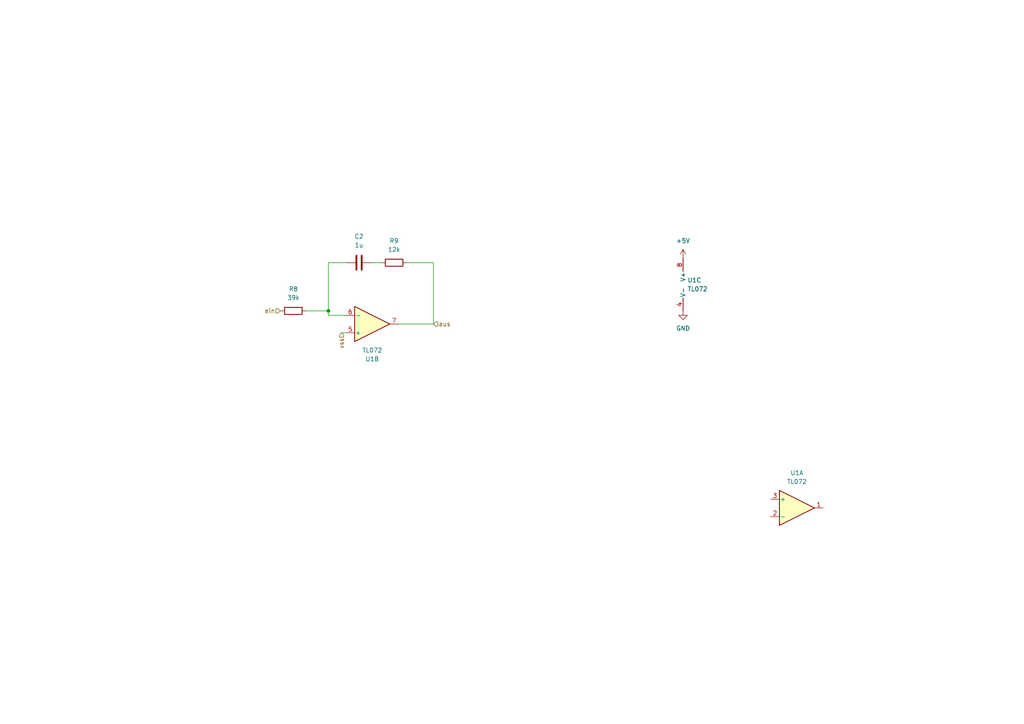
<source format=kicad_sch>
(kicad_sch
	(version 20231120)
	(generator "eeschema")
	(generator_version "8.0")
	(uuid "03811c38-2663-4007-a774-4afa7fa7ba61")
	(paper "A4")
	(lib_symbols
		(symbol "Amplifier_Operational:TL072"
			(pin_names
				(offset 0.127)
			)
			(exclude_from_sim no)
			(in_bom yes)
			(on_board yes)
			(property "Reference" "U"
				(at 0 5.08 0)
				(effects
					(font
						(size 1.27 1.27)
					)
					(justify left)
				)
			)
			(property "Value" "TL072"
				(at 0 -5.08 0)
				(effects
					(font
						(size 1.27 1.27)
					)
					(justify left)
				)
			)
			(property "Footprint" ""
				(at 0 0 0)
				(effects
					(font
						(size 1.27 1.27)
					)
					(hide yes)
				)
			)
			(property "Datasheet" "http://www.ti.com/lit/ds/symlink/tl071.pdf"
				(at 0 0 0)
				(effects
					(font
						(size 1.27 1.27)
					)
					(hide yes)
				)
			)
			(property "Description" "Dual Low-Noise JFET-Input Operational Amplifiers, DIP-8/SOIC-8"
				(at 0 0 0)
				(effects
					(font
						(size 1.27 1.27)
					)
					(hide yes)
				)
			)
			(property "ki_locked" ""
				(at 0 0 0)
				(effects
					(font
						(size 1.27 1.27)
					)
				)
			)
			(property "ki_keywords" "dual opamp"
				(at 0 0 0)
				(effects
					(font
						(size 1.27 1.27)
					)
					(hide yes)
				)
			)
			(property "ki_fp_filters" "SOIC*3.9x4.9mm*P1.27mm* DIP*W7.62mm* TO*99* OnSemi*Micro8* TSSOP*3x3mm*P0.65mm* TSSOP*4.4x3mm*P0.65mm* MSOP*3x3mm*P0.65mm* SSOP*3.9x4.9mm*P0.635mm* LFCSP*2x2mm*P0.5mm* *SIP* SOIC*5.3x6.2mm*P1.27mm*"
				(at 0 0 0)
				(effects
					(font
						(size 1.27 1.27)
					)
					(hide yes)
				)
			)
			(symbol "TL072_1_1"
				(polyline
					(pts
						(xy -5.08 5.08) (xy 5.08 0) (xy -5.08 -5.08) (xy -5.08 5.08)
					)
					(stroke
						(width 0.254)
						(type default)
					)
					(fill
						(type background)
					)
				)
				(pin output line
					(at 7.62 0 180)
					(length 2.54)
					(name "~"
						(effects
							(font
								(size 1.27 1.27)
							)
						)
					)
					(number "1"
						(effects
							(font
								(size 1.27 1.27)
							)
						)
					)
				)
				(pin input line
					(at -7.62 -2.54 0)
					(length 2.54)
					(name "-"
						(effects
							(font
								(size 1.27 1.27)
							)
						)
					)
					(number "2"
						(effects
							(font
								(size 1.27 1.27)
							)
						)
					)
				)
				(pin input line
					(at -7.62 2.54 0)
					(length 2.54)
					(name "+"
						(effects
							(font
								(size 1.27 1.27)
							)
						)
					)
					(number "3"
						(effects
							(font
								(size 1.27 1.27)
							)
						)
					)
				)
			)
			(symbol "TL072_2_1"
				(polyline
					(pts
						(xy -5.08 5.08) (xy 5.08 0) (xy -5.08 -5.08) (xy -5.08 5.08)
					)
					(stroke
						(width 0.254)
						(type default)
					)
					(fill
						(type background)
					)
				)
				(pin input line
					(at -7.62 2.54 0)
					(length 2.54)
					(name "+"
						(effects
							(font
								(size 1.27 1.27)
							)
						)
					)
					(number "5"
						(effects
							(font
								(size 1.27 1.27)
							)
						)
					)
				)
				(pin input line
					(at -7.62 -2.54 0)
					(length 2.54)
					(name "-"
						(effects
							(font
								(size 1.27 1.27)
							)
						)
					)
					(number "6"
						(effects
							(font
								(size 1.27 1.27)
							)
						)
					)
				)
				(pin output line
					(at 7.62 0 180)
					(length 2.54)
					(name "~"
						(effects
							(font
								(size 1.27 1.27)
							)
						)
					)
					(number "7"
						(effects
							(font
								(size 1.27 1.27)
							)
						)
					)
				)
			)
			(symbol "TL072_3_1"
				(pin power_in line
					(at -2.54 -7.62 90)
					(length 3.81)
					(name "V-"
						(effects
							(font
								(size 1.27 1.27)
							)
						)
					)
					(number "4"
						(effects
							(font
								(size 1.27 1.27)
							)
						)
					)
				)
				(pin power_in line
					(at -2.54 7.62 270)
					(length 3.81)
					(name "V+"
						(effects
							(font
								(size 1.27 1.27)
							)
						)
					)
					(number "8"
						(effects
							(font
								(size 1.27 1.27)
							)
						)
					)
				)
			)
		)
		(symbol "Device:C"
			(pin_numbers hide)
			(pin_names
				(offset 0.254)
			)
			(exclude_from_sim no)
			(in_bom yes)
			(on_board yes)
			(property "Reference" "C"
				(at 0.635 2.54 0)
				(effects
					(font
						(size 1.27 1.27)
					)
					(justify left)
				)
			)
			(property "Value" "C"
				(at 0.635 -2.54 0)
				(effects
					(font
						(size 1.27 1.27)
					)
					(justify left)
				)
			)
			(property "Footprint" ""
				(at 0.9652 -3.81 0)
				(effects
					(font
						(size 1.27 1.27)
					)
					(hide yes)
				)
			)
			(property "Datasheet" "~"
				(at 0 0 0)
				(effects
					(font
						(size 1.27 1.27)
					)
					(hide yes)
				)
			)
			(property "Description" "Unpolarized capacitor"
				(at 0 0 0)
				(effects
					(font
						(size 1.27 1.27)
					)
					(hide yes)
				)
			)
			(property "ki_keywords" "cap capacitor"
				(at 0 0 0)
				(effects
					(font
						(size 1.27 1.27)
					)
					(hide yes)
				)
			)
			(property "ki_fp_filters" "C_*"
				(at 0 0 0)
				(effects
					(font
						(size 1.27 1.27)
					)
					(hide yes)
				)
			)
			(symbol "C_0_1"
				(polyline
					(pts
						(xy -2.032 -0.762) (xy 2.032 -0.762)
					)
					(stroke
						(width 0.508)
						(type default)
					)
					(fill
						(type none)
					)
				)
				(polyline
					(pts
						(xy -2.032 0.762) (xy 2.032 0.762)
					)
					(stroke
						(width 0.508)
						(type default)
					)
					(fill
						(type none)
					)
				)
			)
			(symbol "C_1_1"
				(pin passive line
					(at 0 3.81 270)
					(length 2.794)
					(name "~"
						(effects
							(font
								(size 1.27 1.27)
							)
						)
					)
					(number "1"
						(effects
							(font
								(size 1.27 1.27)
							)
						)
					)
				)
				(pin passive line
					(at 0 -3.81 90)
					(length 2.794)
					(name "~"
						(effects
							(font
								(size 1.27 1.27)
							)
						)
					)
					(number "2"
						(effects
							(font
								(size 1.27 1.27)
							)
						)
					)
				)
			)
		)
		(symbol "Device:R"
			(pin_numbers hide)
			(pin_names
				(offset 0)
			)
			(exclude_from_sim no)
			(in_bom yes)
			(on_board yes)
			(property "Reference" "R"
				(at 2.032 0 90)
				(effects
					(font
						(size 1.27 1.27)
					)
				)
			)
			(property "Value" "R"
				(at 0 0 90)
				(effects
					(font
						(size 1.27 1.27)
					)
				)
			)
			(property "Footprint" ""
				(at -1.778 0 90)
				(effects
					(font
						(size 1.27 1.27)
					)
					(hide yes)
				)
			)
			(property "Datasheet" "~"
				(at 0 0 0)
				(effects
					(font
						(size 1.27 1.27)
					)
					(hide yes)
				)
			)
			(property "Description" "Resistor"
				(at 0 0 0)
				(effects
					(font
						(size 1.27 1.27)
					)
					(hide yes)
				)
			)
			(property "ki_keywords" "R res resistor"
				(at 0 0 0)
				(effects
					(font
						(size 1.27 1.27)
					)
					(hide yes)
				)
			)
			(property "ki_fp_filters" "R_*"
				(at 0 0 0)
				(effects
					(font
						(size 1.27 1.27)
					)
					(hide yes)
				)
			)
			(symbol "R_0_1"
				(rectangle
					(start -1.016 -2.54)
					(end 1.016 2.54)
					(stroke
						(width 0.254)
						(type default)
					)
					(fill
						(type none)
					)
				)
			)
			(symbol "R_1_1"
				(pin passive line
					(at 0 3.81 270)
					(length 1.27)
					(name "~"
						(effects
							(font
								(size 1.27 1.27)
							)
						)
					)
					(number "1"
						(effects
							(font
								(size 1.27 1.27)
							)
						)
					)
				)
				(pin passive line
					(at 0 -3.81 90)
					(length 1.27)
					(name "~"
						(effects
							(font
								(size 1.27 1.27)
							)
						)
					)
					(number "2"
						(effects
							(font
								(size 1.27 1.27)
							)
						)
					)
				)
			)
		)
		(symbol "power:+5V"
			(power)
			(pin_names
				(offset 0)
			)
			(exclude_from_sim no)
			(in_bom yes)
			(on_board yes)
			(property "Reference" "#PWR"
				(at 0 -3.81 0)
				(effects
					(font
						(size 1.27 1.27)
					)
					(hide yes)
				)
			)
			(property "Value" "+5V"
				(at 0 3.556 0)
				(effects
					(font
						(size 1.27 1.27)
					)
				)
			)
			(property "Footprint" ""
				(at 0 0 0)
				(effects
					(font
						(size 1.27 1.27)
					)
					(hide yes)
				)
			)
			(property "Datasheet" ""
				(at 0 0 0)
				(effects
					(font
						(size 1.27 1.27)
					)
					(hide yes)
				)
			)
			(property "Description" "Power symbol creates a global label with name \"+5V\""
				(at 0 0 0)
				(effects
					(font
						(size 1.27 1.27)
					)
					(hide yes)
				)
			)
			(property "ki_keywords" "global power"
				(at 0 0 0)
				(effects
					(font
						(size 1.27 1.27)
					)
					(hide yes)
				)
			)
			(symbol "+5V_0_1"
				(polyline
					(pts
						(xy -0.762 1.27) (xy 0 2.54)
					)
					(stroke
						(width 0)
						(type default)
					)
					(fill
						(type none)
					)
				)
				(polyline
					(pts
						(xy 0 0) (xy 0 2.54)
					)
					(stroke
						(width 0)
						(type default)
					)
					(fill
						(type none)
					)
				)
				(polyline
					(pts
						(xy 0 2.54) (xy 0.762 1.27)
					)
					(stroke
						(width 0)
						(type default)
					)
					(fill
						(type none)
					)
				)
			)
			(symbol "+5V_1_1"
				(pin power_in line
					(at 0 0 90)
					(length 0) hide
					(name "+5V"
						(effects
							(font
								(size 1.27 1.27)
							)
						)
					)
					(number "1"
						(effects
							(font
								(size 1.27 1.27)
							)
						)
					)
				)
			)
		)
		(symbol "power:GND"
			(power)
			(pin_names
				(offset 0)
			)
			(exclude_from_sim no)
			(in_bom yes)
			(on_board yes)
			(property "Reference" "#PWR"
				(at 0 -6.35 0)
				(effects
					(font
						(size 1.27 1.27)
					)
					(hide yes)
				)
			)
			(property "Value" "GND"
				(at 0 -3.81 0)
				(effects
					(font
						(size 1.27 1.27)
					)
				)
			)
			(property "Footprint" ""
				(at 0 0 0)
				(effects
					(font
						(size 1.27 1.27)
					)
					(hide yes)
				)
			)
			(property "Datasheet" ""
				(at 0 0 0)
				(effects
					(font
						(size 1.27 1.27)
					)
					(hide yes)
				)
			)
			(property "Description" "Power symbol creates a global label with name \"GND\" , ground"
				(at 0 0 0)
				(effects
					(font
						(size 1.27 1.27)
					)
					(hide yes)
				)
			)
			(property "ki_keywords" "global power"
				(at 0 0 0)
				(effects
					(font
						(size 1.27 1.27)
					)
					(hide yes)
				)
			)
			(symbol "GND_0_1"
				(polyline
					(pts
						(xy 0 0) (xy 0 -1.27) (xy 1.27 -1.27) (xy 0 -2.54) (xy -1.27 -1.27) (xy 0 -1.27)
					)
					(stroke
						(width 0)
						(type default)
					)
					(fill
						(type none)
					)
				)
			)
			(symbol "GND_1_1"
				(pin power_in line
					(at 0 0 270)
					(length 0) hide
					(name "GND"
						(effects
							(font
								(size 1.27 1.27)
							)
						)
					)
					(number "1"
						(effects
							(font
								(size 1.27 1.27)
							)
						)
					)
				)
			)
		)
	)
	(junction
		(at 95.25 90.17)
		(diameter 0)
		(color 0 0 0 0)
		(uuid "fdaca874-fc9a-47f9-b1c1-b824b3e29934")
	)
	(wire
		(pts
			(xy 95.25 91.44) (xy 95.25 90.17)
		)
		(stroke
			(width 0)
			(type default)
		)
		(uuid "11713b78-4364-4b16-ab55-b7a78b3e9dea")
	)
	(wire
		(pts
			(xy 100.33 76.2) (xy 95.25 76.2)
		)
		(stroke
			(width 0)
			(type default)
		)
		(uuid "26910262-d7bf-4187-8c25-5a7822c25ed7")
	)
	(wire
		(pts
			(xy 125.73 76.2) (xy 118.11 76.2)
		)
		(stroke
			(width 0)
			(type default)
		)
		(uuid "2f47ff86-845f-4e20-b782-71b70e4577a3")
	)
	(wire
		(pts
			(xy 95.25 90.17) (xy 88.9 90.17)
		)
		(stroke
			(width 0)
			(type default)
		)
		(uuid "39fd86e3-aa04-43d2-84b3-1677dcec6124")
	)
	(wire
		(pts
			(xy 115.57 93.98) (xy 125.73 93.98)
		)
		(stroke
			(width 0)
			(type default)
		)
		(uuid "463fceea-52b4-46a9-bafc-ede5c8603e0e")
	)
	(wire
		(pts
			(xy 125.73 93.98) (xy 125.73 76.2)
		)
		(stroke
			(width 0)
			(type default)
		)
		(uuid "4dcdd664-1451-4680-9bc7-341c20ba6cbd")
	)
	(wire
		(pts
			(xy 99.06 96.52) (xy 100.33 96.52)
		)
		(stroke
			(width 0)
			(type default)
		)
		(uuid "898daa70-92e6-4b75-96b1-a46d8a1fb61c")
	)
	(wire
		(pts
			(xy 95.25 76.2) (xy 95.25 90.17)
		)
		(stroke
			(width 0)
			(type default)
		)
		(uuid "c51c518b-1bb0-48d0-9728-67406fd7c34f")
	)
	(wire
		(pts
			(xy 100.33 91.44) (xy 95.25 91.44)
		)
		(stroke
			(width 0)
			(type default)
		)
		(uuid "d17c6357-1777-4eed-8248-905406bf4bd1")
	)
	(wire
		(pts
			(xy 110.49 76.2) (xy 107.95 76.2)
		)
		(stroke
			(width 0)
			(type default)
		)
		(uuid "fa6b03f0-f7b8-4727-8e02-fbaf6301661e")
	)
	(hierarchical_label "aus"
		(shape input)
		(at 125.73 93.98 0)
		(fields_autoplaced yes)
		(effects
			(font
				(size 1.27 1.27)
			)
			(justify left)
		)
		(uuid "1ba817be-131b-4839-aa92-396f121361c4")
	)
	(hierarchical_label "ein"
		(shape input)
		(at 81.28 90.17 180)
		(fields_autoplaced yes)
		(effects
			(font
				(size 1.27 1.27)
			)
			(justify right)
		)
		(uuid "25fdaa09-c712-4686-887e-84e166b295cc")
	)
	(hierarchical_label "vss"
		(shape input)
		(at 99.06 96.52 270)
		(fields_autoplaced yes)
		(effects
			(font
				(size 1.27 1.27)
			)
			(justify right)
		)
		(uuid "5907af94-e3fb-4533-8581-9c34b1945b70")
	)
	(symbol
		(lib_id "Device:R")
		(at 85.09 90.17 90)
		(unit 1)
		(exclude_from_sim no)
		(in_bom yes)
		(on_board yes)
		(dnp no)
		(fields_autoplaced yes)
		(uuid "1c0b6ea2-0874-48d6-af91-c7efb80b0c4c")
		(property "Reference" "R8"
			(at 85.09 83.82 90)
			(effects
				(font
					(size 1.27 1.27)
				)
			)
		)
		(property "Value" "39k"
			(at 85.09 86.36 90)
			(effects
				(font
					(size 1.27 1.27)
				)
			)
		)
		(property "Footprint" ""
			(at 85.09 91.948 90)
			(effects
				(font
					(size 1.27 1.27)
				)
				(hide yes)
			)
		)
		(property "Datasheet" "~"
			(at 85.09 90.17 0)
			(effects
				(font
					(size 1.27 1.27)
				)
				(hide yes)
			)
		)
		(property "Description" "Resistor"
			(at 85.09 90.17 0)
			(effects
				(font
					(size 1.27 1.27)
				)
				(hide yes)
			)
		)
		(pin "1"
			(uuid "286a3a7a-8361-4aba-9ffb-eb4f8b73f788")
		)
		(pin "2"
			(uuid "be41e06d-f666-4b3f-9702-719b0f4207a0")
		)
		(instances
			(project "dreiecksrechteck-vco"
				(path "/2bfb4d56-aacb-4507-b57e-dbc901fa3ede/a87cc6be-1234-40f6-803d-735417fdea9f"
					(reference "R8")
					(unit 1)
				)
			)
		)
	)
	(symbol
		(lib_id "Amplifier_Operational:TL072")
		(at 107.95 93.98 0)
		(mirror x)
		(unit 2)
		(exclude_from_sim no)
		(in_bom yes)
		(on_board yes)
		(dnp no)
		(uuid "41f51d14-fadd-4662-82af-20f409933b51")
		(property "Reference" "U1"
			(at 107.95 104.14 0)
			(effects
				(font
					(size 1.27 1.27)
				)
			)
		)
		(property "Value" "TL072"
			(at 107.95 101.6 0)
			(effects
				(font
					(size 1.27 1.27)
				)
			)
		)
		(property "Footprint" ""
			(at 107.95 93.98 0)
			(effects
				(font
					(size 1.27 1.27)
				)
				(hide yes)
			)
		)
		(property "Datasheet" "http://www.ti.com/lit/ds/symlink/tl071.pdf"
			(at 107.95 93.98 0)
			(effects
				(font
					(size 1.27 1.27)
				)
				(hide yes)
			)
		)
		(property "Description" "Dual Low-Noise JFET-Input Operational Amplifiers, DIP-8/SOIC-8"
			(at 107.95 93.98 0)
			(effects
				(font
					(size 1.27 1.27)
				)
				(hide yes)
			)
		)
		(property "Sim.Library" "TL072-dual.lib"
			(at 107.95 93.98 0)
			(effects
				(font
					(size 1.27 1.27)
				)
				(hide yes)
			)
		)
		(property "Sim.Name" "TL072c"
			(at 107.95 93.98 0)
			(effects
				(font
					(size 1.27 1.27)
				)
				(hide yes)
			)
		)
		(property "Sim.Device" "SUBCKT"
			(at 107.95 93.98 0)
			(effects
				(font
					(size 1.27 1.27)
				)
				(hide yes)
			)
		)
		(property "Sim.Pins" "1=1out 2=1in- 3=1in+ 4=vcc- 5=2in+ 6=2in- 7=2out 8=vcc+"
			(at 107.95 93.98 0)
			(effects
				(font
					(size 1.27 1.27)
				)
				(hide yes)
			)
		)
		(pin "5"
			(uuid "dbe642ed-0afb-4289-8b82-f66055cf7c91")
		)
		(pin "6"
			(uuid "fdff2ce6-b7d4-498b-8e91-5e6397cb297d")
		)
		(pin "2"
			(uuid "cb26eef3-0a0e-41f8-bbd6-d51902a376d1")
		)
		(pin "7"
			(uuid "4b80dadd-aa1f-4162-a0d7-60bca6b2d736")
		)
		(pin "1"
			(uuid "db85d02c-7388-4da4-8721-2b15c6cecaf2")
		)
		(pin "3"
			(uuid "bfa0bcba-d980-4f94-b05c-acf9125cdebd")
		)
		(pin "4"
			(uuid "ce645811-012c-41d0-9ade-1cedd9adcc32")
		)
		(pin "8"
			(uuid "14e029ba-9c60-4feb-8479-453c6d670703")
		)
		(instances
			(project "dreiecksrechteck-vco"
				(path "/2bfb4d56-aacb-4507-b57e-dbc901fa3ede/a87cc6be-1234-40f6-803d-735417fdea9f"
					(reference "U1")
					(unit 2)
				)
			)
		)
	)
	(symbol
		(lib_id "power:GND")
		(at 198.12 90.17 0)
		(unit 1)
		(exclude_from_sim no)
		(in_bom yes)
		(on_board yes)
		(dnp no)
		(fields_autoplaced yes)
		(uuid "89244047-0763-4f6e-b2a2-73fbff5b1707")
		(property "Reference" "#PWR09"
			(at 198.12 96.52 0)
			(effects
				(font
					(size 1.27 1.27)
				)
				(hide yes)
			)
		)
		(property "Value" "GND"
			(at 198.12 95.25 0)
			(effects
				(font
					(size 1.27 1.27)
				)
			)
		)
		(property "Footprint" ""
			(at 198.12 90.17 0)
			(effects
				(font
					(size 1.27 1.27)
				)
				(hide yes)
			)
		)
		(property "Datasheet" ""
			(at 198.12 90.17 0)
			(effects
				(font
					(size 1.27 1.27)
				)
				(hide yes)
			)
		)
		(property "Description" "Power symbol creates a global label with name \"GND\" , ground"
			(at 198.12 90.17 0)
			(effects
				(font
					(size 1.27 1.27)
				)
				(hide yes)
			)
		)
		(pin "1"
			(uuid "6da42284-2674-44b9-84dd-79d15dc58010")
		)
		(instances
			(project "dreiecksrechteck-vco"
				(path "/2bfb4d56-aacb-4507-b57e-dbc901fa3ede/a87cc6be-1234-40f6-803d-735417fdea9f"
					(reference "#PWR09")
					(unit 1)
				)
			)
		)
	)
	(symbol
		(lib_id "power:+5V")
		(at 198.12 74.93 0)
		(unit 1)
		(exclude_from_sim no)
		(in_bom yes)
		(on_board yes)
		(dnp no)
		(fields_autoplaced yes)
		(uuid "9fd8516c-6445-4a09-9221-a5d1d09aeee1")
		(property "Reference" "#PWR010"
			(at 198.12 78.74 0)
			(effects
				(font
					(size 1.27 1.27)
				)
				(hide yes)
			)
		)
		(property "Value" "+5V"
			(at 198.12 69.85 0)
			(effects
				(font
					(size 1.27 1.27)
				)
			)
		)
		(property "Footprint" ""
			(at 198.12 74.93 0)
			(effects
				(font
					(size 1.27 1.27)
				)
				(hide yes)
			)
		)
		(property "Datasheet" ""
			(at 198.12 74.93 0)
			(effects
				(font
					(size 1.27 1.27)
				)
				(hide yes)
			)
		)
		(property "Description" "Power symbol creates a global label with name \"+5V\""
			(at 198.12 74.93 0)
			(effects
				(font
					(size 1.27 1.27)
				)
				(hide yes)
			)
		)
		(pin "1"
			(uuid "a4abf039-f005-4c43-a7f1-37ed9807dbb6")
		)
		(instances
			(project "dreiecksrechteck-vco"
				(path "/2bfb4d56-aacb-4507-b57e-dbc901fa3ede/a87cc6be-1234-40f6-803d-735417fdea9f"
					(reference "#PWR010")
					(unit 1)
				)
			)
		)
	)
	(symbol
		(lib_id "Device:C")
		(at 104.14 76.2 90)
		(unit 1)
		(exclude_from_sim no)
		(in_bom yes)
		(on_board yes)
		(dnp no)
		(fields_autoplaced yes)
		(uuid "d1568910-836e-4623-9047-421956e63b8c")
		(property "Reference" "C2"
			(at 104.14 68.58 90)
			(effects
				(font
					(size 1.27 1.27)
				)
			)
		)
		(property "Value" "1u"
			(at 104.14 71.12 90)
			(effects
				(font
					(size 1.27 1.27)
				)
			)
		)
		(property "Footprint" ""
			(at 107.95 75.2348 0)
			(effects
				(font
					(size 1.27 1.27)
				)
				(hide yes)
			)
		)
		(property "Datasheet" "~"
			(at 104.14 76.2 0)
			(effects
				(font
					(size 1.27 1.27)
				)
				(hide yes)
			)
		)
		(property "Description" "Unpolarized capacitor"
			(at 104.14 76.2 0)
			(effects
				(font
					(size 1.27 1.27)
				)
				(hide yes)
			)
		)
		(pin "1"
			(uuid "3ed6ceda-b6b2-4b1e-bbb7-f6953d8eeb06")
		)
		(pin "2"
			(uuid "4a4c98e3-15ef-438a-af7f-3fe11d6ed089")
		)
		(instances
			(project "dreiecksrechteck-vco"
				(path "/2bfb4d56-aacb-4507-b57e-dbc901fa3ede/a87cc6be-1234-40f6-803d-735417fdea9f"
					(reference "C2")
					(unit 1)
				)
			)
		)
	)
	(symbol
		(lib_id "Device:R")
		(at 114.3 76.2 90)
		(unit 1)
		(exclude_from_sim no)
		(in_bom yes)
		(on_board yes)
		(dnp no)
		(fields_autoplaced yes)
		(uuid "e493309c-8718-483a-8d60-eb488d5df82f")
		(property "Reference" "R9"
			(at 114.3 69.85 90)
			(effects
				(font
					(size 1.27 1.27)
				)
			)
		)
		(property "Value" "12k"
			(at 114.3 72.39 90)
			(effects
				(font
					(size 1.27 1.27)
				)
			)
		)
		(property "Footprint" ""
			(at 114.3 77.978 90)
			(effects
				(font
					(size 1.27 1.27)
				)
				(hide yes)
			)
		)
		(property "Datasheet" "~"
			(at 114.3 76.2 0)
			(effects
				(font
					(size 1.27 1.27)
				)
				(hide yes)
			)
		)
		(property "Description" "Resistor"
			(at 114.3 76.2 0)
			(effects
				(font
					(size 1.27 1.27)
				)
				(hide yes)
			)
		)
		(pin "1"
			(uuid "3ecb95ba-a9c2-42e7-9c40-dc57f951ced9")
		)
		(pin "2"
			(uuid "e39a4c1b-f29d-4e05-b625-1885f82c44b4")
		)
		(instances
			(project "dreiecksrechteck-vco"
				(path "/2bfb4d56-aacb-4507-b57e-dbc901fa3ede/a87cc6be-1234-40f6-803d-735417fdea9f"
					(reference "R9")
					(unit 1)
				)
			)
		)
	)
	(symbol
		(lib_id "Amplifier_Operational:TL072")
		(at 200.66 82.55 0)
		(unit 3)
		(exclude_from_sim no)
		(in_bom yes)
		(on_board yes)
		(dnp no)
		(fields_autoplaced yes)
		(uuid "ece3cf3f-80b5-4a6a-9d3e-b35e4a32c2d0")
		(property "Reference" "U1"
			(at 199.39 81.2799 0)
			(effects
				(font
					(size 1.27 1.27)
				)
				(justify left)
			)
		)
		(property "Value" "TL072"
			(at 199.39 83.8199 0)
			(effects
				(font
					(size 1.27 1.27)
				)
				(justify left)
			)
		)
		(property "Footprint" ""
			(at 200.66 82.55 0)
			(effects
				(font
					(size 1.27 1.27)
				)
				(hide yes)
			)
		)
		(property "Datasheet" "http://www.ti.com/lit/ds/symlink/tl071.pdf"
			(at 200.66 82.55 0)
			(effects
				(font
					(size 1.27 1.27)
				)
				(hide yes)
			)
		)
		(property "Description" "Dual Low-Noise JFET-Input Operational Amplifiers, DIP-8/SOIC-8"
			(at 200.66 82.55 0)
			(effects
				(font
					(size 1.27 1.27)
				)
				(hide yes)
			)
		)
		(property "Sim.Library" "TL072-dual.lib"
			(at 200.66 82.55 0)
			(effects
				(font
					(size 1.27 1.27)
				)
				(hide yes)
			)
		)
		(property "Sim.Name" "TL072c"
			(at 200.66 82.55 0)
			(effects
				(font
					(size 1.27 1.27)
				)
				(hide yes)
			)
		)
		(property "Sim.Device" "SUBCKT"
			(at 200.66 82.55 0)
			(effects
				(font
					(size 1.27 1.27)
				)
				(hide yes)
			)
		)
		(property "Sim.Pins" "1=1out 2=1in- 3=1in+ 4=vcc- 5=2in+ 6=2in- 7=2out 8=vcc+"
			(at 200.66 82.55 0)
			(effects
				(font
					(size 1.27 1.27)
				)
				(hide yes)
			)
		)
		(pin "5"
			(uuid "dbe642ed-0afb-4289-8b82-f66055cf7c91")
		)
		(pin "6"
			(uuid "fdff2ce6-b7d4-498b-8e91-5e6397cb297d")
		)
		(pin "2"
			(uuid "cb26eef3-0a0e-41f8-bbd6-d51902a376d1")
		)
		(pin "7"
			(uuid "4b80dadd-aa1f-4162-a0d7-60bca6b2d736")
		)
		(pin "1"
			(uuid "db85d02c-7388-4da4-8721-2b15c6cecaf2")
		)
		(pin "3"
			(uuid "bfa0bcba-d980-4f94-b05c-acf9125cdebd")
		)
		(pin "4"
			(uuid "ce645811-012c-41d0-9ade-1cedd9adcc32")
		)
		(pin "8"
			(uuid "14e029ba-9c60-4feb-8479-453c6d670703")
		)
		(instances
			(project "dreiecksrechteck-vco"
				(path "/2bfb4d56-aacb-4507-b57e-dbc901fa3ede/a87cc6be-1234-40f6-803d-735417fdea9f"
					(reference "U1")
					(unit 3)
				)
			)
		)
	)
	(symbol
		(lib_id "Amplifier_Operational:TL072")
		(at 231.14 147.32 0)
		(unit 1)
		(exclude_from_sim no)
		(in_bom yes)
		(on_board yes)
		(dnp no)
		(fields_autoplaced yes)
		(uuid "ef09faa6-4ed1-4405-ac2d-4b9040733d97")
		(property "Reference" "U1"
			(at 231.14 137.16 0)
			(effects
				(font
					(size 1.27 1.27)
				)
			)
		)
		(property "Value" "TL072"
			(at 231.14 139.7 0)
			(effects
				(font
					(size 1.27 1.27)
				)
			)
		)
		(property "Footprint" ""
			(at 231.14 147.32 0)
			(effects
				(font
					(size 1.27 1.27)
				)
				(hide yes)
			)
		)
		(property "Datasheet" "http://www.ti.com/lit/ds/symlink/tl071.pdf"
			(at 231.14 147.32 0)
			(effects
				(font
					(size 1.27 1.27)
				)
				(hide yes)
			)
		)
		(property "Description" "Dual Low-Noise JFET-Input Operational Amplifiers, DIP-8/SOIC-8"
			(at 231.14 147.32 0)
			(effects
				(font
					(size 1.27 1.27)
				)
				(hide yes)
			)
		)
		(property "Sim.Library" "TL072-dual.lib"
			(at 231.14 147.32 0)
			(effects
				(font
					(size 1.27 1.27)
				)
				(hide yes)
			)
		)
		(property "Sim.Name" "TL072c"
			(at 231.14 147.32 0)
			(effects
				(font
					(size 1.27 1.27)
				)
				(hide yes)
			)
		)
		(property "Sim.Device" "SUBCKT"
			(at 231.14 147.32 0)
			(effects
				(font
					(size 1.27 1.27)
				)
				(hide yes)
			)
		)
		(property "Sim.Pins" "1=1out 2=1in- 3=1in+ 4=vcc- 5=2in+ 6=2in- 7=2out 8=vcc+"
			(at 231.14 147.32 0)
			(effects
				(font
					(size 1.27 1.27)
				)
				(hide yes)
			)
		)
		(pin "5"
			(uuid "dbe642ed-0afb-4289-8b82-f66055cf7c91")
		)
		(pin "6"
			(uuid "fdff2ce6-b7d4-498b-8e91-5e6397cb297d")
		)
		(pin "2"
			(uuid "cb26eef3-0a0e-41f8-bbd6-d51902a376d1")
		)
		(pin "7"
			(uuid "4b80dadd-aa1f-4162-a0d7-60bca6b2d736")
		)
		(pin "1"
			(uuid "db85d02c-7388-4da4-8721-2b15c6cecaf2")
		)
		(pin "3"
			(uuid "bfa0bcba-d980-4f94-b05c-acf9125cdebd")
		)
		(pin "4"
			(uuid "ce645811-012c-41d0-9ade-1cedd9adcc32")
		)
		(pin "8"
			(uuid "14e029ba-9c60-4feb-8479-453c6d670703")
		)
		(instances
			(project "dreiecksrechteck-vco"
				(path "/2bfb4d56-aacb-4507-b57e-dbc901fa3ede/a87cc6be-1234-40f6-803d-735417fdea9f"
					(reference "U1")
					(unit 1)
				)
			)
		)
	)
)
</source>
